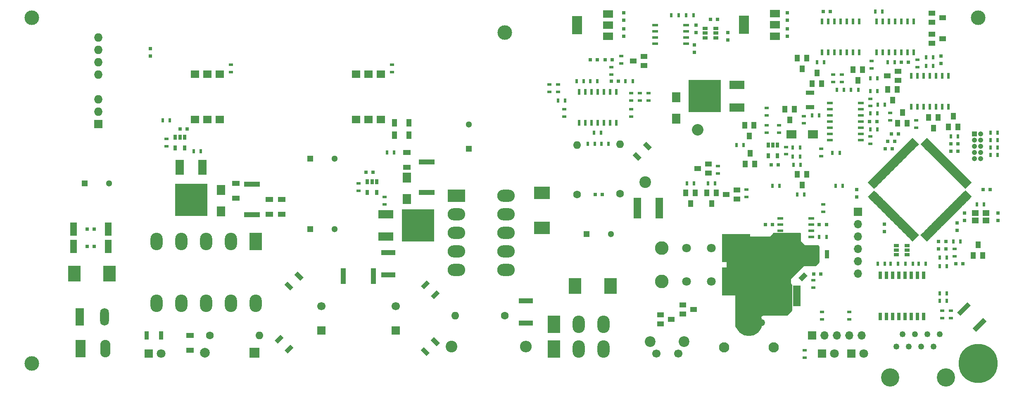
<source format=gbr>
G04 #@! TF.FileFunction,Soldermask,Top*
%FSLAX46Y46*%
G04 Gerber Fmt 4.6, Leading zero omitted, Abs format (unit mm)*
G04 Created by KiCad (PCBNEW 4.0.2-stable) date 4/26/2017 12:46:49 AM*
%MOMM*%
G01*
G04 APERTURE LIST*
%ADD10C,0.100000*%
%ADD11R,3.000000X1.000000*%
%ADD12R,0.900000X0.500000*%
%ADD13R,0.500000X0.900000*%
%ADD14C,1.998980*%
%ADD15R,1.998980X1.998980*%
%ADD16R,1.300000X1.300000*%
%ADD17C,1.300000*%
%ADD18R,0.800000X0.750000*%
%ADD19R,1.600000X1.000000*%
%ADD20R,1.000000X1.600000*%
%ADD21C,1.700000*%
%ADD22R,1.700000X1.700000*%
%ADD23R,1.400000X1.150000*%
%ADD24R,0.508000X1.143000*%
%ADD25R,2.000000X3.800000*%
%ADD26R,2.000000X1.500000*%
%ADD27R,1.143000X0.508000*%
%ADD28R,1.060000X0.650000*%
%ADD29R,1.727200X1.727200*%
%ADD30O,1.727200X1.727200*%
%ADD31R,0.650000X1.060000*%
%ADD32R,1.780000X1.520000*%
%ADD33O,3.600000X2.500000*%
%ADD34R,3.600000X2.500000*%
%ADD35O,2.500000X3.600000*%
%ADD36R,2.500000X3.600000*%
%ADD37R,0.760000X1.650000*%
%ADD38R,3.200000X1.000000*%
%ADD39C,1.600000*%
%ADD40O,1.600000X1.600000*%
%ADD41C,2.400000*%
%ADD42O,2.400000X2.400000*%
%ADD43R,0.900000X1.700000*%
%ADD44R,1.000000X3.200000*%
%ADD45R,1.700000X0.900000*%
%ADD46C,2.400000*%
%ADD47R,3.048000X1.651000*%
%ADD48R,6.700520X6.700520*%
%ADD49R,1.000000X1.400000*%
%ADD50R,1.651000X3.048000*%
%ADD51R,1.400000X1.000000*%
%ADD52C,3.750000*%
%ADD53C,1.250000*%
%ADD54R,2.100000X3.600000*%
%ADD55O,2.100000X3.600000*%
%ADD56C,5.500000*%
%ADD57C,1.500000*%
%ADD58C,2.100000*%
%ADD59O,1.700000X1.700000*%
%ADD60R,1.050000X1.050000*%
%ADD61C,1.050000*%
%ADD62C,3.000000*%
%ADD63C,8.000000*%
%ADD64R,1.500000X4.200000*%
%ADD65R,1.470000X2.770000*%
%ADD66R,1.800000X1.800000*%
%ADD67C,1.800000*%
%ADD68R,3.200000X2.600000*%
%ADD69R,1.800000X2.100000*%
%ADD70R,2.100000X1.800000*%
%ADD71R,2.600000X3.200000*%
%ADD72R,0.750000X0.800000*%
%ADD73R,1.800000X3.600000*%
%ADD74O,1.800000X3.600000*%
%ADD75C,2.200000*%
%ADD76C,2.800000*%
%ADD77R,5.800000X5.800000*%
%ADD78C,0.254000*%
G04 APERTURE END LIST*
D10*
X253944500Y-227000000D02*
G75*
G03X253944500Y-227000000I-444500J0D01*
G01*
X249444500Y-227000000D02*
G75*
G03X249444500Y-227000000I-444500J0D01*
G01*
X248385000Y-224500000D02*
G75*
G03X248385000Y-224500000I-635000J0D01*
G01*
X255385000Y-224500000D02*
G75*
G03X255385000Y-224500000I-635000J0D01*
G01*
D11*
X194056000Y-206234000D03*
X194056000Y-210834000D03*
D12*
X267462000Y-194806000D03*
X267462000Y-193306000D03*
D13*
X259600000Y-192024000D03*
X261100000Y-192024000D03*
D12*
X261620000Y-189980000D03*
X261620000Y-188480000D03*
D13*
X282396500Y-203073000D03*
X283896500Y-203073000D03*
D14*
X156464000Y-226824540D03*
D15*
X166624000Y-226824540D03*
D16*
X131826000Y-192024000D03*
D17*
X136826000Y-192024000D03*
D16*
X234696000Y-202438000D03*
D17*
X239696000Y-202438000D03*
D18*
X236486000Y-194310000D03*
X237986000Y-194310000D03*
D19*
X197866000Y-185698000D03*
X197866000Y-188698000D03*
D20*
X198350000Y-182118000D03*
X195350000Y-182118000D03*
D16*
X210566000Y-184912000D03*
D17*
X210566000Y-179912000D03*
D11*
X222250000Y-220740000D03*
X222250000Y-216140000D03*
D21*
X180340000Y-217250000D03*
D22*
X180340000Y-222250000D03*
D21*
X195580000Y-217250000D03*
D22*
X195580000Y-222250000D03*
D19*
X153416000Y-226290000D03*
X153416000Y-223290000D03*
X162814000Y-195048000D03*
X162814000Y-192048000D03*
D18*
X152896000Y-180848000D03*
X151396000Y-180848000D03*
D16*
X178054000Y-201422000D03*
D17*
X183054000Y-201422000D03*
D18*
X292747000Y-179324000D03*
X294247000Y-179324000D03*
X281253500Y-210629500D03*
X282753500Y-210629500D03*
D23*
X314368000Y-199682000D03*
X314368000Y-198082000D03*
X316568000Y-198082000D03*
X316568000Y-199682000D03*
D24*
X282956000Y-165100000D03*
X284226000Y-165100000D03*
X285496000Y-165100000D03*
X286766000Y-165100000D03*
X288036000Y-165100000D03*
X289306000Y-165100000D03*
X290576000Y-165100000D03*
X290576000Y-158750000D03*
X289306000Y-158750000D03*
X286766000Y-158750000D03*
X285496000Y-158750000D03*
X284226000Y-158750000D03*
X282956000Y-158750000D03*
X288036000Y-158750000D03*
X294132000Y-165100000D03*
X295402000Y-165100000D03*
X296672000Y-165100000D03*
X297942000Y-165100000D03*
X299212000Y-165100000D03*
X300482000Y-165100000D03*
X301752000Y-165100000D03*
X301752000Y-158750000D03*
X300482000Y-158750000D03*
X297942000Y-158750000D03*
X296672000Y-158750000D03*
X295402000Y-158750000D03*
X294132000Y-158750000D03*
X299212000Y-158750000D03*
D10*
G36*
X301558218Y-182621001D02*
X302882771Y-183945554D01*
X302438284Y-184390041D01*
X301113731Y-183065488D01*
X301558218Y-182621001D01*
X301558218Y-182621001D01*
G37*
G36*
X301270850Y-182908369D02*
X302595403Y-184232922D01*
X302150916Y-184677409D01*
X300826363Y-183352856D01*
X301270850Y-182908369D01*
X301270850Y-182908369D01*
G37*
G36*
X301001442Y-183177777D02*
X302325995Y-184502330D01*
X301881508Y-184946817D01*
X300556955Y-183622264D01*
X301001442Y-183177777D01*
X301001442Y-183177777D01*
G37*
G36*
X300714074Y-183465145D02*
X302038627Y-184789698D01*
X301594140Y-185234185D01*
X300269587Y-183909632D01*
X300714074Y-183465145D01*
X300714074Y-183465145D01*
G37*
G36*
X300426706Y-183752513D02*
X301751259Y-185077066D01*
X301306772Y-185521553D01*
X299982219Y-184197000D01*
X300426706Y-183752513D01*
X300426706Y-183752513D01*
G37*
G36*
X300139337Y-184039881D02*
X301463890Y-185364434D01*
X301019403Y-185808921D01*
X299694850Y-184484368D01*
X300139337Y-184039881D01*
X300139337Y-184039881D01*
G37*
G36*
X299869930Y-184309289D02*
X301194483Y-185633842D01*
X300749996Y-186078329D01*
X299425443Y-184753776D01*
X299869930Y-184309289D01*
X299869930Y-184309289D01*
G37*
G36*
X299582561Y-184596657D02*
X300907114Y-185921210D01*
X300462627Y-186365697D01*
X299138074Y-185041144D01*
X299582561Y-184596657D01*
X299582561Y-184596657D01*
G37*
G36*
X299295193Y-184884025D02*
X300619746Y-186208578D01*
X300175259Y-186653065D01*
X298850706Y-185328512D01*
X299295193Y-184884025D01*
X299295193Y-184884025D01*
G37*
G36*
X299007825Y-185171394D02*
X300332378Y-186495947D01*
X299887891Y-186940434D01*
X298563338Y-185615881D01*
X299007825Y-185171394D01*
X299007825Y-185171394D01*
G37*
G36*
X298738417Y-185440801D02*
X300062970Y-186765354D01*
X299618483Y-187209841D01*
X298293930Y-185885288D01*
X298738417Y-185440801D01*
X298738417Y-185440801D01*
G37*
G36*
X298451049Y-185728169D02*
X299775602Y-187052722D01*
X299331115Y-187497209D01*
X298006562Y-186172656D01*
X298451049Y-185728169D01*
X298451049Y-185728169D01*
G37*
G36*
X298163681Y-186015538D02*
X299488234Y-187340091D01*
X299043747Y-187784578D01*
X297719194Y-186460025D01*
X298163681Y-186015538D01*
X298163681Y-186015538D01*
G37*
G36*
X297876313Y-186302906D02*
X299200866Y-187627459D01*
X298756379Y-188071946D01*
X297431826Y-186747393D01*
X297876313Y-186302906D01*
X297876313Y-186302906D01*
G37*
G36*
X297606905Y-186572314D02*
X298931458Y-187896867D01*
X298486971Y-188341354D01*
X297162418Y-187016801D01*
X297606905Y-186572314D01*
X297606905Y-186572314D01*
G37*
G36*
X297319537Y-186859682D02*
X298644090Y-188184235D01*
X298199603Y-188628722D01*
X296875050Y-187304169D01*
X297319537Y-186859682D01*
X297319537Y-186859682D01*
G37*
G36*
X297032169Y-187147050D02*
X298356722Y-188471603D01*
X297912235Y-188916090D01*
X296587682Y-187591537D01*
X297032169Y-187147050D01*
X297032169Y-187147050D01*
G37*
G36*
X296744801Y-187434418D02*
X298069354Y-188758971D01*
X297624867Y-189203458D01*
X296300314Y-187878905D01*
X296744801Y-187434418D01*
X296744801Y-187434418D01*
G37*
G36*
X296475393Y-187703826D02*
X297799946Y-189028379D01*
X297355459Y-189472866D01*
X296030906Y-188148313D01*
X296475393Y-187703826D01*
X296475393Y-187703826D01*
G37*
G36*
X296188025Y-187991194D02*
X297512578Y-189315747D01*
X297068091Y-189760234D01*
X295743538Y-188435681D01*
X296188025Y-187991194D01*
X296188025Y-187991194D01*
G37*
G36*
X295900656Y-188278562D02*
X297225209Y-189603115D01*
X296780722Y-190047602D01*
X295456169Y-188723049D01*
X295900656Y-188278562D01*
X295900656Y-188278562D01*
G37*
G36*
X295613288Y-188565930D02*
X296937841Y-189890483D01*
X296493354Y-190334970D01*
X295168801Y-189010417D01*
X295613288Y-188565930D01*
X295613288Y-188565930D01*
G37*
G36*
X295343881Y-188835338D02*
X296668434Y-190159891D01*
X296223947Y-190604378D01*
X294899394Y-189279825D01*
X295343881Y-188835338D01*
X295343881Y-188835338D01*
G37*
G36*
X295056512Y-189122706D02*
X296381065Y-190447259D01*
X295936578Y-190891746D01*
X294612025Y-189567193D01*
X295056512Y-189122706D01*
X295056512Y-189122706D01*
G37*
G36*
X294769144Y-189410074D02*
X296093697Y-190734627D01*
X295649210Y-191179114D01*
X294324657Y-189854561D01*
X294769144Y-189410074D01*
X294769144Y-189410074D01*
G37*
G36*
X294481776Y-189697443D02*
X295806329Y-191021996D01*
X295361842Y-191466483D01*
X294037289Y-190141930D01*
X294481776Y-189697443D01*
X294481776Y-189697443D01*
G37*
G36*
X294212368Y-189966850D02*
X295536921Y-191291403D01*
X295092434Y-191735890D01*
X293767881Y-190411337D01*
X294212368Y-189966850D01*
X294212368Y-189966850D01*
G37*
G36*
X293925000Y-190254219D02*
X295249553Y-191578772D01*
X294805066Y-192023259D01*
X293480513Y-190698706D01*
X293925000Y-190254219D01*
X293925000Y-190254219D01*
G37*
G36*
X293637632Y-190541587D02*
X294962185Y-191866140D01*
X294517698Y-192310627D01*
X293193145Y-190986074D01*
X293637632Y-190541587D01*
X293637632Y-190541587D01*
G37*
G36*
X293350264Y-190828955D02*
X294674817Y-192153508D01*
X294230330Y-192597995D01*
X292905777Y-191273442D01*
X293350264Y-190828955D01*
X293350264Y-190828955D01*
G37*
G36*
X293080856Y-191098363D02*
X294405409Y-192422916D01*
X293960922Y-192867403D01*
X292636369Y-191542850D01*
X293080856Y-191098363D01*
X293080856Y-191098363D01*
G37*
G36*
X292793488Y-191385731D02*
X294118041Y-192710284D01*
X293673554Y-193154771D01*
X292349001Y-191830218D01*
X292793488Y-191385731D01*
X292793488Y-191385731D01*
G37*
G36*
X294118041Y-193877716D02*
X292793488Y-195202269D01*
X292349001Y-194757782D01*
X293673554Y-193433229D01*
X294118041Y-193877716D01*
X294118041Y-193877716D01*
G37*
G36*
X294405409Y-194165084D02*
X293080856Y-195489637D01*
X292636369Y-195045150D01*
X293960922Y-193720597D01*
X294405409Y-194165084D01*
X294405409Y-194165084D01*
G37*
G36*
X294674817Y-194434492D02*
X293350264Y-195759045D01*
X292905777Y-195314558D01*
X294230330Y-193990005D01*
X294674817Y-194434492D01*
X294674817Y-194434492D01*
G37*
G36*
X294962185Y-194721860D02*
X293637632Y-196046413D01*
X293193145Y-195601926D01*
X294517698Y-194277373D01*
X294962185Y-194721860D01*
X294962185Y-194721860D01*
G37*
G36*
X295249553Y-195009228D02*
X293925000Y-196333781D01*
X293480513Y-195889294D01*
X294805066Y-194564741D01*
X295249553Y-195009228D01*
X295249553Y-195009228D01*
G37*
G36*
X295536921Y-195296597D02*
X294212368Y-196621150D01*
X293767881Y-196176663D01*
X295092434Y-194852110D01*
X295536921Y-195296597D01*
X295536921Y-195296597D01*
G37*
G36*
X295806329Y-195566004D02*
X294481776Y-196890557D01*
X294037289Y-196446070D01*
X295361842Y-195121517D01*
X295806329Y-195566004D01*
X295806329Y-195566004D01*
G37*
G36*
X296093697Y-195853373D02*
X294769144Y-197177926D01*
X294324657Y-196733439D01*
X295649210Y-195408886D01*
X296093697Y-195853373D01*
X296093697Y-195853373D01*
G37*
G36*
X296381065Y-196140741D02*
X295056512Y-197465294D01*
X294612025Y-197020807D01*
X295936578Y-195696254D01*
X296381065Y-196140741D01*
X296381065Y-196140741D01*
G37*
G36*
X296668434Y-196428109D02*
X295343881Y-197752662D01*
X294899394Y-197308175D01*
X296223947Y-195983622D01*
X296668434Y-196428109D01*
X296668434Y-196428109D01*
G37*
G36*
X296937841Y-196697517D02*
X295613288Y-198022070D01*
X295168801Y-197577583D01*
X296493354Y-196253030D01*
X296937841Y-196697517D01*
X296937841Y-196697517D01*
G37*
G36*
X297225209Y-196984885D02*
X295900656Y-198309438D01*
X295456169Y-197864951D01*
X296780722Y-196540398D01*
X297225209Y-196984885D01*
X297225209Y-196984885D01*
G37*
G36*
X297512578Y-197272253D02*
X296188025Y-198596806D01*
X295743538Y-198152319D01*
X297068091Y-196827766D01*
X297512578Y-197272253D01*
X297512578Y-197272253D01*
G37*
G36*
X297799946Y-197559621D02*
X296475393Y-198884174D01*
X296030906Y-198439687D01*
X297355459Y-197115134D01*
X297799946Y-197559621D01*
X297799946Y-197559621D01*
G37*
G36*
X298069354Y-197829029D02*
X296744801Y-199153582D01*
X296300314Y-198709095D01*
X297624867Y-197384542D01*
X298069354Y-197829029D01*
X298069354Y-197829029D01*
G37*
G36*
X298356722Y-198116397D02*
X297032169Y-199440950D01*
X296587682Y-198996463D01*
X297912235Y-197671910D01*
X298356722Y-198116397D01*
X298356722Y-198116397D01*
G37*
G36*
X298644090Y-198403765D02*
X297319537Y-199728318D01*
X296875050Y-199283831D01*
X298199603Y-197959278D01*
X298644090Y-198403765D01*
X298644090Y-198403765D01*
G37*
G36*
X298931458Y-198691133D02*
X297606905Y-200015686D01*
X297162418Y-199571199D01*
X298486971Y-198246646D01*
X298931458Y-198691133D01*
X298931458Y-198691133D01*
G37*
G36*
X299200866Y-198960541D02*
X297876313Y-200285094D01*
X297431826Y-199840607D01*
X298756379Y-198516054D01*
X299200866Y-198960541D01*
X299200866Y-198960541D01*
G37*
G36*
X299488234Y-199247909D02*
X298163681Y-200572462D01*
X297719194Y-200127975D01*
X299043747Y-198803422D01*
X299488234Y-199247909D01*
X299488234Y-199247909D01*
G37*
G36*
X299775602Y-199535278D02*
X298451049Y-200859831D01*
X298006562Y-200415344D01*
X299331115Y-199090791D01*
X299775602Y-199535278D01*
X299775602Y-199535278D01*
G37*
G36*
X300062970Y-199822646D02*
X298738417Y-201147199D01*
X298293930Y-200702712D01*
X299618483Y-199378159D01*
X300062970Y-199822646D01*
X300062970Y-199822646D01*
G37*
G36*
X300332378Y-200092053D02*
X299007825Y-201416606D01*
X298563338Y-200972119D01*
X299887891Y-199647566D01*
X300332378Y-200092053D01*
X300332378Y-200092053D01*
G37*
G36*
X300619746Y-200379422D02*
X299295193Y-201703975D01*
X298850706Y-201259488D01*
X300175259Y-199934935D01*
X300619746Y-200379422D01*
X300619746Y-200379422D01*
G37*
G36*
X300907114Y-200666790D02*
X299582561Y-201991343D01*
X299138074Y-201546856D01*
X300462627Y-200222303D01*
X300907114Y-200666790D01*
X300907114Y-200666790D01*
G37*
G36*
X301194483Y-200954158D02*
X299869930Y-202278711D01*
X299425443Y-201834224D01*
X300749996Y-200509671D01*
X301194483Y-200954158D01*
X301194483Y-200954158D01*
G37*
G36*
X301463890Y-201223566D02*
X300139337Y-202548119D01*
X299694850Y-202103632D01*
X301019403Y-200779079D01*
X301463890Y-201223566D01*
X301463890Y-201223566D01*
G37*
G36*
X301751259Y-201510934D02*
X300426706Y-202835487D01*
X299982219Y-202391000D01*
X301306772Y-201066447D01*
X301751259Y-201510934D01*
X301751259Y-201510934D01*
G37*
G36*
X302038627Y-201798302D02*
X300714074Y-203122855D01*
X300269587Y-202678368D01*
X301594140Y-201353815D01*
X302038627Y-201798302D01*
X302038627Y-201798302D01*
G37*
G36*
X302325995Y-202085670D02*
X301001442Y-203410223D01*
X300556955Y-202965736D01*
X301881508Y-201641183D01*
X302325995Y-202085670D01*
X302325995Y-202085670D01*
G37*
G36*
X302595403Y-202355078D02*
X301270850Y-203679631D01*
X300826363Y-203235144D01*
X302150916Y-201910591D01*
X302595403Y-202355078D01*
X302595403Y-202355078D01*
G37*
G36*
X302882771Y-202642446D02*
X301558218Y-203966999D01*
X301113731Y-203522512D01*
X302438284Y-202197959D01*
X302882771Y-202642446D01*
X302882771Y-202642446D01*
G37*
G36*
X303605716Y-202197959D02*
X304930269Y-203522512D01*
X304485782Y-203966999D01*
X303161229Y-202642446D01*
X303605716Y-202197959D01*
X303605716Y-202197959D01*
G37*
G36*
X303893084Y-201910591D02*
X305217637Y-203235144D01*
X304773150Y-203679631D01*
X303448597Y-202355078D01*
X303893084Y-201910591D01*
X303893084Y-201910591D01*
G37*
G36*
X304162492Y-201641183D02*
X305487045Y-202965736D01*
X305042558Y-203410223D01*
X303718005Y-202085670D01*
X304162492Y-201641183D01*
X304162492Y-201641183D01*
G37*
G36*
X304449860Y-201353815D02*
X305774413Y-202678368D01*
X305329926Y-203122855D01*
X304005373Y-201798302D01*
X304449860Y-201353815D01*
X304449860Y-201353815D01*
G37*
G36*
X304737228Y-201066447D02*
X306061781Y-202391000D01*
X305617294Y-202835487D01*
X304292741Y-201510934D01*
X304737228Y-201066447D01*
X304737228Y-201066447D01*
G37*
G36*
X305024597Y-200779079D02*
X306349150Y-202103632D01*
X305904663Y-202548119D01*
X304580110Y-201223566D01*
X305024597Y-200779079D01*
X305024597Y-200779079D01*
G37*
G36*
X305294004Y-200509671D02*
X306618557Y-201834224D01*
X306174070Y-202278711D01*
X304849517Y-200954158D01*
X305294004Y-200509671D01*
X305294004Y-200509671D01*
G37*
G36*
X305581373Y-200222303D02*
X306905926Y-201546856D01*
X306461439Y-201991343D01*
X305136886Y-200666790D01*
X305581373Y-200222303D01*
X305581373Y-200222303D01*
G37*
G36*
X305868741Y-199934935D02*
X307193294Y-201259488D01*
X306748807Y-201703975D01*
X305424254Y-200379422D01*
X305868741Y-199934935D01*
X305868741Y-199934935D01*
G37*
G36*
X306156109Y-199647566D02*
X307480662Y-200972119D01*
X307036175Y-201416606D01*
X305711622Y-200092053D01*
X306156109Y-199647566D01*
X306156109Y-199647566D01*
G37*
G36*
X306425517Y-199378159D02*
X307750070Y-200702712D01*
X307305583Y-201147199D01*
X305981030Y-199822646D01*
X306425517Y-199378159D01*
X306425517Y-199378159D01*
G37*
G36*
X306712885Y-199090791D02*
X308037438Y-200415344D01*
X307592951Y-200859831D01*
X306268398Y-199535278D01*
X306712885Y-199090791D01*
X306712885Y-199090791D01*
G37*
G36*
X307000253Y-198803422D02*
X308324806Y-200127975D01*
X307880319Y-200572462D01*
X306555766Y-199247909D01*
X307000253Y-198803422D01*
X307000253Y-198803422D01*
G37*
G36*
X307287621Y-198516054D02*
X308612174Y-199840607D01*
X308167687Y-200285094D01*
X306843134Y-198960541D01*
X307287621Y-198516054D01*
X307287621Y-198516054D01*
G37*
G36*
X307557029Y-198246646D02*
X308881582Y-199571199D01*
X308437095Y-200015686D01*
X307112542Y-198691133D01*
X307557029Y-198246646D01*
X307557029Y-198246646D01*
G37*
G36*
X307844397Y-197959278D02*
X309168950Y-199283831D01*
X308724463Y-199728318D01*
X307399910Y-198403765D01*
X307844397Y-197959278D01*
X307844397Y-197959278D01*
G37*
G36*
X308131765Y-197671910D02*
X309456318Y-198996463D01*
X309011831Y-199440950D01*
X307687278Y-198116397D01*
X308131765Y-197671910D01*
X308131765Y-197671910D01*
G37*
G36*
X308419133Y-197384542D02*
X309743686Y-198709095D01*
X309299199Y-199153582D01*
X307974646Y-197829029D01*
X308419133Y-197384542D01*
X308419133Y-197384542D01*
G37*
G36*
X308688541Y-197115134D02*
X310013094Y-198439687D01*
X309568607Y-198884174D01*
X308244054Y-197559621D01*
X308688541Y-197115134D01*
X308688541Y-197115134D01*
G37*
G36*
X308975909Y-196827766D02*
X310300462Y-198152319D01*
X309855975Y-198596806D01*
X308531422Y-197272253D01*
X308975909Y-196827766D01*
X308975909Y-196827766D01*
G37*
G36*
X309263278Y-196540398D02*
X310587831Y-197864951D01*
X310143344Y-198309438D01*
X308818791Y-196984885D01*
X309263278Y-196540398D01*
X309263278Y-196540398D01*
G37*
G36*
X309550646Y-196253030D02*
X310875199Y-197577583D01*
X310430712Y-198022070D01*
X309106159Y-196697517D01*
X309550646Y-196253030D01*
X309550646Y-196253030D01*
G37*
G36*
X309820053Y-195983622D02*
X311144606Y-197308175D01*
X310700119Y-197752662D01*
X309375566Y-196428109D01*
X309820053Y-195983622D01*
X309820053Y-195983622D01*
G37*
G36*
X310107422Y-195696254D02*
X311431975Y-197020807D01*
X310987488Y-197465294D01*
X309662935Y-196140741D01*
X310107422Y-195696254D01*
X310107422Y-195696254D01*
G37*
G36*
X310394790Y-195408886D02*
X311719343Y-196733439D01*
X311274856Y-197177926D01*
X309950303Y-195853373D01*
X310394790Y-195408886D01*
X310394790Y-195408886D01*
G37*
G36*
X310682158Y-195121517D02*
X312006711Y-196446070D01*
X311562224Y-196890557D01*
X310237671Y-195566004D01*
X310682158Y-195121517D01*
X310682158Y-195121517D01*
G37*
G36*
X310951566Y-194852110D02*
X312276119Y-196176663D01*
X311831632Y-196621150D01*
X310507079Y-195296597D01*
X310951566Y-194852110D01*
X310951566Y-194852110D01*
G37*
G36*
X311238934Y-194564741D02*
X312563487Y-195889294D01*
X312119000Y-196333781D01*
X310794447Y-195009228D01*
X311238934Y-194564741D01*
X311238934Y-194564741D01*
G37*
G36*
X311526302Y-194277373D02*
X312850855Y-195601926D01*
X312406368Y-196046413D01*
X311081815Y-194721860D01*
X311526302Y-194277373D01*
X311526302Y-194277373D01*
G37*
G36*
X311813670Y-193990005D02*
X313138223Y-195314558D01*
X312693736Y-195759045D01*
X311369183Y-194434492D01*
X311813670Y-193990005D01*
X311813670Y-193990005D01*
G37*
G36*
X312083078Y-193720597D02*
X313407631Y-195045150D01*
X312963144Y-195489637D01*
X311638591Y-194165084D01*
X312083078Y-193720597D01*
X312083078Y-193720597D01*
G37*
G36*
X312370446Y-193433229D02*
X313694999Y-194757782D01*
X313250512Y-195202269D01*
X311925959Y-193877716D01*
X312370446Y-193433229D01*
X312370446Y-193433229D01*
G37*
G36*
X313694999Y-191830218D02*
X312370446Y-193154771D01*
X311925959Y-192710284D01*
X313250512Y-191385731D01*
X313694999Y-191830218D01*
X313694999Y-191830218D01*
G37*
G36*
X313407631Y-191542850D02*
X312083078Y-192867403D01*
X311638591Y-192422916D01*
X312963144Y-191098363D01*
X313407631Y-191542850D01*
X313407631Y-191542850D01*
G37*
G36*
X313138223Y-191273442D02*
X311813670Y-192597995D01*
X311369183Y-192153508D01*
X312693736Y-190828955D01*
X313138223Y-191273442D01*
X313138223Y-191273442D01*
G37*
G36*
X312850855Y-190986074D02*
X311526302Y-192310627D01*
X311081815Y-191866140D01*
X312406368Y-190541587D01*
X312850855Y-190986074D01*
X312850855Y-190986074D01*
G37*
G36*
X312563487Y-190698706D02*
X311238934Y-192023259D01*
X310794447Y-191578772D01*
X312119000Y-190254219D01*
X312563487Y-190698706D01*
X312563487Y-190698706D01*
G37*
G36*
X312276119Y-190411337D02*
X310951566Y-191735890D01*
X310507079Y-191291403D01*
X311831632Y-189966850D01*
X312276119Y-190411337D01*
X312276119Y-190411337D01*
G37*
G36*
X312006711Y-190141930D02*
X310682158Y-191466483D01*
X310237671Y-191021996D01*
X311562224Y-189697443D01*
X312006711Y-190141930D01*
X312006711Y-190141930D01*
G37*
G36*
X311719343Y-189854561D02*
X310394790Y-191179114D01*
X309950303Y-190734627D01*
X311274856Y-189410074D01*
X311719343Y-189854561D01*
X311719343Y-189854561D01*
G37*
G36*
X311431975Y-189567193D02*
X310107422Y-190891746D01*
X309662935Y-190447259D01*
X310987488Y-189122706D01*
X311431975Y-189567193D01*
X311431975Y-189567193D01*
G37*
G36*
X311144606Y-189279825D02*
X309820053Y-190604378D01*
X309375566Y-190159891D01*
X310700119Y-188835338D01*
X311144606Y-189279825D01*
X311144606Y-189279825D01*
G37*
G36*
X310875199Y-189010417D02*
X309550646Y-190334970D01*
X309106159Y-189890483D01*
X310430712Y-188565930D01*
X310875199Y-189010417D01*
X310875199Y-189010417D01*
G37*
G36*
X310587831Y-188723049D02*
X309263278Y-190047602D01*
X308818791Y-189603115D01*
X310143344Y-188278562D01*
X310587831Y-188723049D01*
X310587831Y-188723049D01*
G37*
G36*
X310300462Y-188435681D02*
X308975909Y-189760234D01*
X308531422Y-189315747D01*
X309855975Y-187991194D01*
X310300462Y-188435681D01*
X310300462Y-188435681D01*
G37*
G36*
X310013094Y-188148313D02*
X308688541Y-189472866D01*
X308244054Y-189028379D01*
X309568607Y-187703826D01*
X310013094Y-188148313D01*
X310013094Y-188148313D01*
G37*
G36*
X309743686Y-187878905D02*
X308419133Y-189203458D01*
X307974646Y-188758971D01*
X309299199Y-187434418D01*
X309743686Y-187878905D01*
X309743686Y-187878905D01*
G37*
G36*
X309456318Y-187591537D02*
X308131765Y-188916090D01*
X307687278Y-188471603D01*
X309011831Y-187147050D01*
X309456318Y-187591537D01*
X309456318Y-187591537D01*
G37*
G36*
X309168950Y-187304169D02*
X307844397Y-188628722D01*
X307399910Y-188184235D01*
X308724463Y-186859682D01*
X309168950Y-187304169D01*
X309168950Y-187304169D01*
G37*
G36*
X308881582Y-187016801D02*
X307557029Y-188341354D01*
X307112542Y-187896867D01*
X308437095Y-186572314D01*
X308881582Y-187016801D01*
X308881582Y-187016801D01*
G37*
G36*
X308612174Y-186747393D02*
X307287621Y-188071946D01*
X306843134Y-187627459D01*
X308167687Y-186302906D01*
X308612174Y-186747393D01*
X308612174Y-186747393D01*
G37*
G36*
X308324806Y-186460025D02*
X307000253Y-187784578D01*
X306555766Y-187340091D01*
X307880319Y-186015538D01*
X308324806Y-186460025D01*
X308324806Y-186460025D01*
G37*
G36*
X308037438Y-186172656D02*
X306712885Y-187497209D01*
X306268398Y-187052722D01*
X307592951Y-185728169D01*
X308037438Y-186172656D01*
X308037438Y-186172656D01*
G37*
G36*
X307750070Y-185885288D02*
X306425517Y-187209841D01*
X305981030Y-186765354D01*
X307305583Y-185440801D01*
X307750070Y-185885288D01*
X307750070Y-185885288D01*
G37*
G36*
X307480662Y-185615881D02*
X306156109Y-186940434D01*
X305711622Y-186495947D01*
X307036175Y-185171394D01*
X307480662Y-185615881D01*
X307480662Y-185615881D01*
G37*
G36*
X307193294Y-185328512D02*
X305868741Y-186653065D01*
X305424254Y-186208578D01*
X306748807Y-184884025D01*
X307193294Y-185328512D01*
X307193294Y-185328512D01*
G37*
G36*
X306905926Y-185041144D02*
X305581373Y-186365697D01*
X305136886Y-185921210D01*
X306461439Y-184596657D01*
X306905926Y-185041144D01*
X306905926Y-185041144D01*
G37*
G36*
X306618557Y-184753776D02*
X305294004Y-186078329D01*
X304849517Y-185633842D01*
X306174070Y-184309289D01*
X306618557Y-184753776D01*
X306618557Y-184753776D01*
G37*
G36*
X306349150Y-184484368D02*
X305024597Y-185808921D01*
X304580110Y-185364434D01*
X305904663Y-184039881D01*
X306349150Y-184484368D01*
X306349150Y-184484368D01*
G37*
G36*
X306061781Y-184197000D02*
X304737228Y-185521553D01*
X304292741Y-185077066D01*
X305617294Y-183752513D01*
X306061781Y-184197000D01*
X306061781Y-184197000D01*
G37*
G36*
X305774413Y-183909632D02*
X304449860Y-185234185D01*
X304005373Y-184789698D01*
X305329926Y-183465145D01*
X305774413Y-183909632D01*
X305774413Y-183909632D01*
G37*
G36*
X305487045Y-183622264D02*
X304162492Y-184946817D01*
X303718005Y-184502330D01*
X305042558Y-183177777D01*
X305487045Y-183622264D01*
X305487045Y-183622264D01*
G37*
G36*
X305217637Y-183352856D02*
X303893084Y-184677409D01*
X303448597Y-184232922D01*
X304773150Y-182908369D01*
X305217637Y-183352856D01*
X305217637Y-183352856D01*
G37*
G36*
X304930269Y-183065488D02*
X303605716Y-184390041D01*
X303161229Y-183945554D01*
X304485782Y-182621001D01*
X304930269Y-183065488D01*
X304930269Y-183065488D01*
G37*
D25*
X267004400Y-159461200D03*
D26*
X273304400Y-159461200D03*
X273304400Y-157161200D03*
X273304400Y-161761200D03*
D25*
X232816000Y-159512000D03*
D26*
X239116000Y-159512000D03*
X239116000Y-157212000D03*
X239116000Y-161812000D03*
D27*
X248793000Y-163322000D03*
X248793000Y-162052000D03*
X248793000Y-160782000D03*
X248793000Y-159512000D03*
X255143000Y-159512000D03*
X255143000Y-160782000D03*
X255143000Y-162052000D03*
X255143000Y-163322000D03*
D28*
X258996000Y-160213000D03*
X258996000Y-161163000D03*
X258996000Y-162113000D03*
X261196000Y-162113000D03*
X261196000Y-160213000D03*
X261196000Y-161163000D03*
D29*
X134620000Y-179832000D03*
D30*
X134620000Y-177292000D03*
X134620000Y-174752000D03*
X134620000Y-169672000D03*
X134620000Y-167132000D03*
X134620000Y-164592000D03*
X134620000Y-162052000D03*
D31*
X191704000Y-191686000D03*
X190754000Y-191686000D03*
X189804000Y-191686000D03*
X189804000Y-193886000D03*
X191704000Y-193886000D03*
D32*
X192532000Y-169609000D03*
X189992000Y-169609000D03*
X187452000Y-169609000D03*
X187452000Y-178879000D03*
X189992000Y-178879000D03*
X192532000Y-178879000D03*
D31*
X152334000Y-182542000D03*
X151384000Y-182542000D03*
X150434000Y-182542000D03*
X150434000Y-184742000D03*
X152334000Y-184742000D03*
D24*
X308864000Y-169926000D03*
X307594000Y-169926000D03*
X306324000Y-169926000D03*
X305054000Y-169926000D03*
X303784000Y-169926000D03*
X302514000Y-169926000D03*
X301244000Y-169926000D03*
X301244000Y-176276000D03*
X302514000Y-176276000D03*
X305054000Y-176276000D03*
X306324000Y-176276000D03*
X307594000Y-176276000D03*
X308864000Y-176276000D03*
X303784000Y-176276000D03*
D31*
X273873000Y-184193000D03*
X272923000Y-184193000D03*
X271973000Y-184193000D03*
X271973000Y-186393000D03*
X273873000Y-186393000D03*
D24*
X233172000Y-179578000D03*
X234442000Y-179578000D03*
X235712000Y-179578000D03*
X236982000Y-179578000D03*
X238252000Y-179578000D03*
X239522000Y-179578000D03*
X240792000Y-179578000D03*
X240792000Y-173228000D03*
X239522000Y-173228000D03*
X236982000Y-173228000D03*
X235712000Y-173228000D03*
X234442000Y-173228000D03*
X233172000Y-173228000D03*
X238252000Y-173228000D03*
D27*
X290957000Y-183134000D03*
X290957000Y-181864000D03*
X290957000Y-180594000D03*
X290957000Y-179324000D03*
X290957000Y-178054000D03*
X290957000Y-176784000D03*
X290957000Y-175514000D03*
X284607000Y-175514000D03*
X284607000Y-176784000D03*
X284607000Y-179324000D03*
X284607000Y-180594000D03*
X284607000Y-181864000D03*
X284607000Y-183134000D03*
X284607000Y-178054000D03*
D33*
X208026000Y-209804000D03*
X208026000Y-205994000D03*
X218186000Y-209804000D03*
X218186000Y-205994000D03*
X208026000Y-202184000D03*
X208026000Y-198374000D03*
D34*
X208026000Y-194564000D03*
D33*
X218186000Y-194564000D03*
X218186000Y-198374000D03*
X218186000Y-202184000D03*
D35*
X146558000Y-203962000D03*
X151638000Y-203962000D03*
X146558000Y-216662000D03*
X151638000Y-216662000D03*
X156718000Y-203962000D03*
X161798000Y-203962000D03*
D36*
X166878000Y-203962000D03*
D35*
X166878000Y-216662000D03*
X161798000Y-216662000D03*
X156718000Y-216662000D03*
D37*
X303784000Y-219393000D03*
X303784000Y-210883000D03*
X302514000Y-219393000D03*
X302514000Y-210883000D03*
X301244000Y-219393000D03*
X301244000Y-210883000D03*
X299974000Y-219393000D03*
X299974000Y-210883000D03*
X298704000Y-219393000D03*
X298704000Y-210883000D03*
X297434000Y-219393000D03*
X297434000Y-210883000D03*
X296164000Y-219393000D03*
X296164000Y-210883000D03*
X294894000Y-219393000D03*
X294894000Y-210883000D03*
D13*
X319012000Y-186182000D03*
X317512000Y-186182000D03*
X319012000Y-184658000D03*
X317512000Y-184658000D03*
X319012000Y-183134000D03*
X317512000Y-183134000D03*
X319012000Y-181610000D03*
X317512000Y-181610000D03*
D12*
X307594000Y-219698000D03*
X307594000Y-218198000D03*
X309372000Y-219698000D03*
X309372000Y-218198000D03*
D13*
X307098000Y-216154000D03*
X308598000Y-216154000D03*
X307098000Y-214630000D03*
X308598000Y-214630000D03*
X295898000Y-208534000D03*
X294398000Y-208534000D03*
X297065000Y-208534000D03*
X298565000Y-208534000D03*
X301613000Y-208534000D03*
X300113000Y-208534000D03*
X302780000Y-208534000D03*
X304280000Y-208534000D03*
D12*
X288544000Y-218452000D03*
X288544000Y-219952000D03*
X282956000Y-218452000D03*
X282956000Y-219952000D03*
D13*
X314718000Y-196342000D03*
X316218000Y-196342000D03*
X307098000Y-207264000D03*
X308598000Y-207264000D03*
X308598000Y-209042000D03*
X307098000Y-209042000D03*
X311392000Y-203962000D03*
X309892000Y-203962000D03*
D12*
X310134000Y-206998000D03*
X310134000Y-205498000D03*
D13*
X295390000Y-156718000D03*
X293890000Y-156718000D03*
X296430000Y-167132000D03*
X297930000Y-167132000D03*
X310884000Y-182372000D03*
X309384000Y-182372000D03*
D12*
X279400000Y-226326000D03*
X279400000Y-227826000D03*
D13*
X277888000Y-194310000D03*
X279388000Y-194310000D03*
X252107000Y-157480000D03*
X253607000Y-157480000D03*
X255155000Y-157480000D03*
X256655000Y-157480000D03*
D12*
X193294000Y-194830000D03*
X193294000Y-196330000D03*
D38*
X201930000Y-187654000D03*
X201930000Y-193854000D03*
D13*
X195314000Y-185674000D03*
X193814000Y-185674000D03*
D12*
X187960000Y-192036000D03*
X187960000Y-193536000D03*
X194818000Y-167652000D03*
X194818000Y-169152000D03*
X302260000Y-179082000D03*
X302260000Y-180582000D03*
D13*
X286627000Y-185801000D03*
X285127000Y-185801000D03*
D12*
X282829000Y-184924000D03*
X282829000Y-186424000D03*
D39*
X217932000Y-219202000D03*
D40*
X207772000Y-219202000D03*
D41*
X207010000Y-225552000D03*
D42*
X222250000Y-225552000D03*
D10*
G36*
X174009538Y-214034544D02*
X172807456Y-212832462D01*
X173443852Y-212196066D01*
X174645934Y-213398148D01*
X174009538Y-214034544D01*
X174009538Y-214034544D01*
G37*
G36*
X176060148Y-211983934D02*
X174858066Y-210781852D01*
X175494462Y-210145456D01*
X176696544Y-211347538D01*
X176060148Y-211983934D01*
X176060148Y-211983934D01*
G37*
G36*
X174664544Y-225786462D02*
X173462462Y-226988544D01*
X172826066Y-226352148D01*
X174028148Y-225150066D01*
X174664544Y-225786462D01*
X174664544Y-225786462D01*
G37*
G36*
X172613934Y-223735852D02*
X171411852Y-224937934D01*
X170775456Y-224301538D01*
X171977538Y-223099456D01*
X172613934Y-223735852D01*
X172613934Y-223735852D01*
G37*
G36*
X204636544Y-214610462D02*
X203434462Y-215812544D01*
X202798066Y-215176148D01*
X204000148Y-213974066D01*
X204636544Y-214610462D01*
X204636544Y-214610462D01*
G37*
G36*
X202585934Y-212559852D02*
X201383852Y-213761934D01*
X200747456Y-213125538D01*
X201949538Y-211923456D01*
X202585934Y-212559852D01*
X202585934Y-212559852D01*
G37*
G36*
X201949538Y-227496544D02*
X200747456Y-226294462D01*
X201383852Y-225658066D01*
X202585934Y-226860148D01*
X201949538Y-227496544D01*
X201949538Y-227496544D01*
G37*
G36*
X204000148Y-225445934D02*
X202798066Y-224243852D01*
X203434462Y-223607456D01*
X204636544Y-224809538D01*
X204000148Y-225445934D01*
X204000148Y-225445934D01*
G37*
D43*
X144600000Y-223266000D03*
X147500000Y-223266000D03*
D39*
X157480000Y-223266000D03*
D40*
X167640000Y-223266000D03*
D44*
X184860000Y-211074000D03*
X191060000Y-211074000D03*
D13*
X154190000Y-185420000D03*
X155690000Y-185420000D03*
D38*
X166116000Y-198426000D03*
X166116000Y-192226000D03*
D13*
X147840000Y-179070000D03*
X149340000Y-179070000D03*
D12*
X148590000Y-182892000D03*
X148590000Y-184392000D03*
X161798000Y-167652000D03*
X161798000Y-169152000D03*
X247396000Y-174994000D03*
X247396000Y-173494000D03*
X227076000Y-173216000D03*
X227076000Y-171716000D03*
D13*
X278499000Y-184658000D03*
X276999000Y-184658000D03*
X277126000Y-188214000D03*
X278626000Y-188214000D03*
D12*
X275590000Y-186043000D03*
X275590000Y-184543000D03*
D13*
X278499000Y-186563000D03*
X276999000Y-186563000D03*
D12*
X271653000Y-180098000D03*
X271653000Y-181598000D03*
D13*
X283452000Y-167132000D03*
X281952000Y-167132000D03*
X265442000Y-184150000D03*
X266942000Y-184150000D03*
D12*
X285242000Y-169684000D03*
X285242000Y-171184000D03*
X287020000Y-171184000D03*
X287020000Y-169684000D03*
D13*
X287516000Y-172847000D03*
X286016000Y-172847000D03*
X288937000Y-172847000D03*
X290437000Y-172847000D03*
X280936000Y-178054000D03*
X282436000Y-178054000D03*
D12*
X279273000Y-178193000D03*
X279273000Y-179693000D03*
D45*
X280543000Y-176329000D03*
X280543000Y-173429000D03*
D12*
X271653000Y-176542000D03*
X271653000Y-178042000D03*
X274193000Y-181598000D03*
X274193000Y-180098000D03*
X302514000Y-168136000D03*
X302514000Y-166636000D03*
X293116000Y-168390000D03*
X293116000Y-166890000D03*
X241808000Y-165874000D03*
X241808000Y-167374000D03*
X239776000Y-169660000D03*
X239776000Y-168160000D03*
D13*
X244209000Y-171069000D03*
X242709000Y-171069000D03*
D41*
X246761000Y-191770000D03*
D46*
X257537307Y-180993693D02*
X257537307Y-180993693D01*
D13*
X304304000Y-166116000D03*
X305804000Y-166116000D03*
X305804000Y-167894000D03*
X304304000Y-167894000D03*
D12*
X296926000Y-177558000D03*
X296926000Y-179058000D03*
D13*
X234176000Y-171069000D03*
X232676000Y-171069000D03*
X235470000Y-171069000D03*
X236970000Y-171069000D03*
D12*
X243840000Y-174994000D03*
X243840000Y-173494000D03*
X245618000Y-174994000D03*
X245618000Y-173494000D03*
D13*
X228866000Y-175006000D03*
X230366000Y-175006000D03*
D12*
X228854000Y-173216000D03*
X228854000Y-171716000D03*
X243840000Y-176796000D03*
X243840000Y-178296000D03*
X230124000Y-176796000D03*
X230124000Y-178296000D03*
D13*
X236232000Y-181610000D03*
X237732000Y-181610000D03*
X234962000Y-183896000D03*
X236462000Y-183896000D03*
X239256000Y-183896000D03*
X237756000Y-183896000D03*
D39*
X232791000Y-194310000D03*
D40*
X232791000Y-184150000D03*
D39*
X241554000Y-194183000D03*
D40*
X241554000Y-184023000D03*
D13*
X255282000Y-192024000D03*
X256782000Y-192024000D03*
X292874000Y-170434000D03*
X294374000Y-170434000D03*
X292874000Y-173101000D03*
X294374000Y-173101000D03*
D12*
X292862000Y-176137000D03*
X292862000Y-174637000D03*
D13*
X294398000Y-175895000D03*
X295898000Y-175895000D03*
X294374000Y-177673000D03*
X292874000Y-177673000D03*
D12*
X292862000Y-182384000D03*
X292862000Y-183884000D03*
D13*
X292874000Y-180975000D03*
X294374000Y-180975000D03*
D12*
X283273500Y-197854000D03*
X283273500Y-196354000D03*
D13*
X285762000Y-192532000D03*
X287262000Y-192532000D03*
X272808000Y-192532000D03*
X274308000Y-192532000D03*
D12*
X281241500Y-211911500D03*
X281241500Y-213411500D03*
D47*
X193548000Y-198358760D03*
D48*
X200197720Y-200660000D03*
D47*
X193548000Y-202961240D03*
D49*
X314010000Y-206840000D03*
X315910000Y-206840000D03*
X314960000Y-204640000D03*
D50*
X155971240Y-188722000D03*
D48*
X153670000Y-195371720D03*
D50*
X151368760Y-188722000D03*
D49*
X291272000Y-168699000D03*
X289372000Y-168699000D03*
X290322000Y-170899000D03*
X279842000Y-166286000D03*
X277942000Y-166286000D03*
X278892000Y-168486000D03*
X267274000Y-188044000D03*
X269174000Y-188044000D03*
X268224000Y-185844000D03*
D47*
X265557000Y-176418240D03*
D48*
X258907280Y-174117000D03*
D47*
X265557000Y-171815760D03*
D49*
X298384000Y-172763000D03*
X296484000Y-172763000D03*
X297434000Y-174963000D03*
D51*
X265514000Y-195260000D03*
X265514000Y-193360000D03*
X263314000Y-194310000D03*
X259672000Y-189926000D03*
X259672000Y-188026000D03*
X257472000Y-188976000D03*
D49*
X261300000Y-193972000D03*
X259400000Y-193972000D03*
X260350000Y-196172000D03*
X256982000Y-193972000D03*
X255082000Y-193972000D03*
X256032000Y-196172000D03*
D52*
X308356000Y-231902000D03*
D53*
X299466000Y-223012000D03*
D52*
X296924000Y-231902000D03*
D53*
X302006000Y-223012000D03*
X304546000Y-223012000D03*
X307086000Y-223012000D03*
X298196000Y-225552000D03*
X300736000Y-225552000D03*
X303276000Y-225552000D03*
X305816000Y-225552000D03*
D54*
X131000000Y-226000000D03*
D55*
X136080000Y-226000000D03*
D35*
X238160000Y-226080000D03*
X233080000Y-226080000D03*
D36*
X228000000Y-226080000D03*
X228000000Y-221000000D03*
D35*
X233080000Y-221000000D03*
X238160000Y-221000000D03*
D56*
X268000000Y-220620000D03*
D57*
X270540000Y-220620000D03*
D58*
X273080000Y-225700000D03*
X262920000Y-225700000D03*
D22*
X280924000Y-223266000D03*
D59*
X283464000Y-223266000D03*
X286004000Y-223266000D03*
X288544000Y-223266000D03*
X291084000Y-223266000D03*
D22*
X290322000Y-197866000D03*
D59*
X290322000Y-200406000D03*
X290322000Y-202946000D03*
X290322000Y-205486000D03*
X290322000Y-208026000D03*
X290322000Y-210566000D03*
D60*
X314198000Y-181864000D03*
D61*
X314198000Y-183134000D03*
X314198000Y-184404000D03*
X314198000Y-185674000D03*
X314198000Y-186944000D03*
X315468000Y-183134000D03*
X315468000Y-184404000D03*
X315468000Y-185674000D03*
X315468000Y-186944000D03*
X315468000Y-181864000D03*
D62*
X121000000Y-229000000D03*
X121000000Y-158000000D03*
X315000000Y-158000000D03*
D63*
X315000000Y-229000000D03*
D64*
X245146000Y-197104000D03*
X249646000Y-197104000D03*
D65*
X136652000Y-204990000D03*
X136652000Y-201410000D03*
X129540000Y-204990000D03*
X129540000Y-201410000D03*
D28*
X300439000Y-206690000D03*
X300439000Y-205740000D03*
X300439000Y-204790000D03*
X298239000Y-204790000D03*
X298239000Y-206690000D03*
X298239000Y-205740000D03*
D66*
X289000000Y-227000000D03*
D67*
X291540000Y-227000000D03*
D66*
X283000000Y-227000000D03*
D67*
X285540000Y-227000000D03*
D51*
X298534000Y-170876000D03*
X298534000Y-168976000D03*
X296334000Y-169926000D03*
D66*
X145000000Y-227000000D03*
D67*
X147540000Y-227000000D03*
D49*
X306766000Y-178478000D03*
X304866000Y-178478000D03*
X305816000Y-180678000D03*
D51*
X305478000Y-157038000D03*
X305478000Y-158938000D03*
X307678000Y-157988000D03*
D68*
X225552000Y-201212000D03*
X225552000Y-194012000D03*
D69*
X197866000Y-190840000D03*
X197866000Y-195240000D03*
X159766000Y-193380000D03*
X159766000Y-197780000D03*
D51*
X246464000Y-167828000D03*
X246464000Y-165928000D03*
X244264000Y-166878000D03*
D49*
X308930000Y-180424000D03*
X310830000Y-180424000D03*
X309880000Y-178224000D03*
D51*
X305478000Y-161356000D03*
X305478000Y-163256000D03*
X307678000Y-162306000D03*
D49*
X279842000Y-190162000D03*
X277942000Y-190162000D03*
X278892000Y-192362000D03*
X298516000Y-179662000D03*
X300416000Y-179662000D03*
X299466000Y-177462000D03*
X280990000Y-171534000D03*
X282890000Y-171534000D03*
X281940000Y-169334000D03*
X269047000Y-180129000D03*
X267147000Y-180129000D03*
X268097000Y-182329000D03*
D70*
X281092000Y-181991000D03*
X276692000Y-181991000D03*
D49*
X277302000Y-176827000D03*
X275402000Y-176827000D03*
X276352000Y-179027000D03*
D69*
X253111000Y-174330000D03*
X253111000Y-178730000D03*
D71*
X239600000Y-213106000D03*
X232400000Y-213106000D03*
D51*
X254424000Y-216982000D03*
X254424000Y-218882000D03*
X256624000Y-217932000D03*
X249852000Y-219014000D03*
X249852000Y-220914000D03*
X252052000Y-219964000D03*
D10*
G36*
X310649440Y-218536761D02*
X312770761Y-216415440D01*
X313477868Y-217122547D01*
X311356547Y-219243868D01*
X310649440Y-218536761D01*
X310649440Y-218536761D01*
G37*
G36*
X313902132Y-221789453D02*
X316023453Y-219668132D01*
X316730560Y-220375239D01*
X314609239Y-222496560D01*
X313902132Y-221789453D01*
X313902132Y-221789453D01*
G37*
D18*
X310400000Y-208534000D03*
X311900000Y-208534000D03*
D72*
X312166000Y-199632000D03*
X312166000Y-198132000D03*
X319024000Y-198132000D03*
X319024000Y-199632000D03*
D18*
X309384000Y-183896000D03*
X310884000Y-183896000D03*
D72*
X310642000Y-200164000D03*
X310642000Y-201664000D03*
D18*
X309384000Y-185420000D03*
X310884000Y-185420000D03*
X283222000Y-156718000D03*
X284722000Y-156718000D03*
D72*
X290068000Y-193306000D03*
X290068000Y-194806000D03*
D18*
X315988000Y-193294000D03*
X317488000Y-193294000D03*
X297930000Y-183388000D03*
X296430000Y-183388000D03*
D72*
X295783000Y-201918000D03*
X295783000Y-200418000D03*
X306832000Y-203974000D03*
X306832000Y-205474000D03*
X308356000Y-203974000D03*
X308356000Y-205474000D03*
D18*
X298692000Y-181864000D03*
X297192000Y-181864000D03*
X299224000Y-167132000D03*
X300724000Y-167132000D03*
X132346000Y-201422000D03*
X133846000Y-201422000D03*
X132346000Y-204978000D03*
X133846000Y-204978000D03*
D72*
X275844000Y-160286000D03*
X275844000Y-161786000D03*
X275844000Y-156984000D03*
X275844000Y-158484000D03*
D18*
X297422000Y-184912000D03*
X295922000Y-184912000D03*
D72*
X242316000Y-160286000D03*
X242316000Y-161786000D03*
X242316000Y-156984000D03*
X242316000Y-158484000D03*
X256794000Y-163588000D03*
X256794000Y-165088000D03*
D18*
X261608000Y-158369000D03*
X260108000Y-158369000D03*
D72*
X257175000Y-161024000D03*
X257175000Y-159524000D03*
X263652000Y-161048000D03*
X263652000Y-162548000D03*
X145288000Y-165850000D03*
X145288000Y-164350000D03*
D18*
X189496000Y-189738000D03*
X190996000Y-189738000D03*
D20*
X198350000Y-179578000D03*
X195350000Y-179578000D03*
D19*
X169672000Y-198350000D03*
X169672000Y-195350000D03*
X172212000Y-198350000D03*
X172212000Y-195350000D03*
D72*
X307340000Y-167374000D03*
X307340000Y-165874000D03*
D18*
X235470000Y-166624000D03*
X236970000Y-166624000D03*
X274054000Y-188214000D03*
X272554000Y-188214000D03*
X240018000Y-166624000D03*
X238518000Y-166624000D03*
X241288000Y-171069000D03*
X239788000Y-171069000D03*
D10*
G36*
X245277472Y-187399899D02*
X244146101Y-186268528D01*
X244853208Y-185561421D01*
X245984579Y-186692792D01*
X245277472Y-187399899D01*
X245277472Y-187399899D01*
G37*
G36*
X247398792Y-185278579D02*
X246267421Y-184147208D01*
X246974528Y-183440101D01*
X248105899Y-184571472D01*
X247398792Y-185278579D01*
X247398792Y-185278579D01*
G37*
D18*
X272847500Y-200533000D03*
X271347500Y-200533000D03*
X282396500Y-200533000D03*
X283896500Y-200533000D03*
D32*
X159512000Y-169609000D03*
X156972000Y-169609000D03*
X154432000Y-169609000D03*
X154432000Y-178879000D03*
X156972000Y-178879000D03*
X159512000Y-178879000D03*
D16*
X178054000Y-186944000D03*
D17*
X183054000Y-186944000D03*
D71*
X136950000Y-210566000D03*
X129750000Y-210566000D03*
D73*
X130810000Y-219456000D03*
D74*
X135890000Y-219456000D03*
D75*
X247750000Y-224500000D03*
X254750000Y-224500000D03*
D21*
X249000000Y-227000000D03*
X253500000Y-227000000D03*
D62*
X218000000Y-161000000D03*
D10*
G36*
X276023101Y-209336472D02*
X277154472Y-208205101D01*
X277861579Y-208912208D01*
X276730208Y-210043579D01*
X276023101Y-209336472D01*
X276023101Y-209336472D01*
G37*
G36*
X278144421Y-211457792D02*
X279275792Y-210326421D01*
X279982899Y-211033528D01*
X278851528Y-212164899D01*
X278144421Y-211457792D01*
X278144421Y-211457792D01*
G37*
D64*
X273340000Y-215138000D03*
X277840000Y-215138000D03*
D45*
X274447000Y-212016000D03*
X274447000Y-209116000D03*
X274447000Y-207571000D03*
X274447000Y-204671000D03*
D10*
G36*
X272835544Y-207117462D02*
X271633462Y-208319544D01*
X270997066Y-207683148D01*
X272199148Y-206481066D01*
X272835544Y-207117462D01*
X272835544Y-207117462D01*
G37*
G36*
X270784934Y-205066852D02*
X269582852Y-206268934D01*
X268946456Y-205632538D01*
X270148538Y-204430456D01*
X270784934Y-205066852D01*
X270784934Y-205066852D01*
G37*
D43*
X276616500Y-206565500D03*
X279516500Y-206565500D03*
X281125000Y-206565500D03*
X284025000Y-206565500D03*
D10*
G36*
X271633462Y-209129456D02*
X272835544Y-210331538D01*
X272199148Y-210967934D01*
X270997066Y-209765852D01*
X271633462Y-209129456D01*
X271633462Y-209129456D01*
G37*
G36*
X269582852Y-211180066D02*
X270784934Y-212382148D01*
X270148538Y-213018544D01*
X268946456Y-211816462D01*
X269582852Y-211180066D01*
X269582852Y-211180066D01*
G37*
D67*
X260286500Y-212153500D03*
X255206500Y-212153500D03*
D76*
X250126500Y-212153500D03*
D77*
X265366500Y-212153500D03*
D67*
X260286500Y-205359000D03*
X255206500Y-205359000D03*
D76*
X250126500Y-205359000D03*
D77*
X265366500Y-205359000D03*
D27*
X274447000Y-203073000D03*
X274447000Y-201803000D03*
X274447000Y-200533000D03*
X274447000Y-199263000D03*
X280797000Y-199263000D03*
X280797000Y-200533000D03*
X280797000Y-201803000D03*
X280797000Y-203073000D03*
D78*
G36*
X278511000Y-203962000D02*
X278521006Y-204011410D01*
X278548197Y-204051803D01*
X279310197Y-204813803D01*
X279352211Y-204841666D01*
X279400000Y-204851000D01*
X282141394Y-204851000D01*
X282321000Y-205030606D01*
X282321000Y-208227394D01*
X281633394Y-208915000D01*
X279146000Y-208915000D01*
X279096590Y-208925006D01*
X279056197Y-208952197D01*
X276516197Y-211492197D01*
X276488334Y-211534211D01*
X276479000Y-211582000D01*
X276479000Y-212598000D01*
X276489006Y-212647410D01*
X276516197Y-212687803D01*
X276733000Y-212904606D01*
X276733000Y-218133394D01*
X275791394Y-219075000D01*
X270764000Y-219075000D01*
X270693553Y-219096330D01*
X269931553Y-219604330D01*
X269895992Y-219640063D01*
X269875000Y-219710000D01*
X269875000Y-221917510D01*
X269464020Y-222123000D01*
X265990606Y-222123000D01*
X265303000Y-221435394D01*
X265303000Y-214630000D01*
X265292994Y-214580590D01*
X265265803Y-214540197D01*
X263525000Y-212799394D01*
X263525000Y-203073000D01*
X272288000Y-203073000D01*
X272337410Y-203062994D01*
X272377803Y-203035803D01*
X273102606Y-202311000D01*
X278511000Y-202311000D01*
X278511000Y-203962000D01*
X278511000Y-203962000D01*
G37*
X278511000Y-203962000D02*
X278521006Y-204011410D01*
X278548197Y-204051803D01*
X279310197Y-204813803D01*
X279352211Y-204841666D01*
X279400000Y-204851000D01*
X282141394Y-204851000D01*
X282321000Y-205030606D01*
X282321000Y-208227394D01*
X281633394Y-208915000D01*
X279146000Y-208915000D01*
X279096590Y-208925006D01*
X279056197Y-208952197D01*
X276516197Y-211492197D01*
X276488334Y-211534211D01*
X276479000Y-211582000D01*
X276479000Y-212598000D01*
X276489006Y-212647410D01*
X276516197Y-212687803D01*
X276733000Y-212904606D01*
X276733000Y-218133394D01*
X275791394Y-219075000D01*
X270764000Y-219075000D01*
X270693553Y-219096330D01*
X269931553Y-219604330D01*
X269895992Y-219640063D01*
X269875000Y-219710000D01*
X269875000Y-221917510D01*
X269464020Y-222123000D01*
X265990606Y-222123000D01*
X265303000Y-221435394D01*
X265303000Y-214630000D01*
X265292994Y-214580590D01*
X265265803Y-214540197D01*
X263525000Y-212799394D01*
X263525000Y-203073000D01*
X272288000Y-203073000D01*
X272337410Y-203062994D01*
X272377803Y-203035803D01*
X273102606Y-202311000D01*
X278511000Y-202311000D01*
X278511000Y-203962000D01*
M02*

</source>
